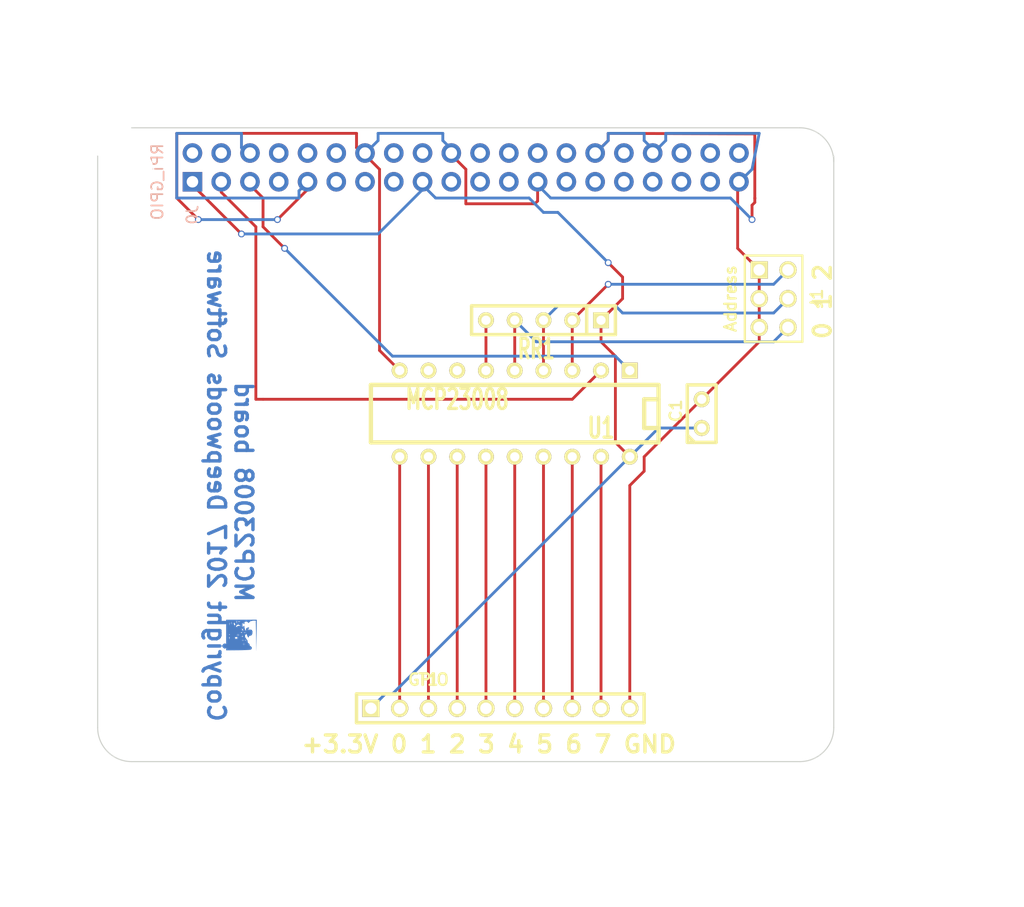
<source format=kicad_pcb>
(kicad_pcb (version 3) (host pcbnew "(2013-june-11)-stable")

  (general
    (links 30)
    (no_connects 5)
    (area 28.812572 20.694 130.847429 101.769)
    (thickness 1.6)
    (drawings 18)
    (tracks 144)
    (zones 0)
    (modules 11)
    (nets 17)
  )

  (page USLetter)
  (title_block 
    (company "Deepwoods Software")
  )

  (layers
    (15 F.Cu signal)
    (0 B.Cu signal)
    (16 B.Adhes user)
    (17 F.Adhes user)
    (18 B.Paste user)
    (19 F.Paste user)
    (20 B.SilkS user)
    (21 F.SilkS user)
    (22 B.Mask user)
    (23 F.Mask user)
    (24 Dwgs.User user)
    (25 Cmts.User user)
    (26 Eco1.User user)
    (27 Eco2.User user)
    (28 Edge.Cuts user)
  )

  (setup
    (last_trace_width 0.25)
    (user_trace_width 0.01)
    (user_trace_width 0.02)
    (user_trace_width 0.05)
    (user_trace_width 0.1)
    (user_trace_width 0.2)
    (trace_clearance 0.2)
    (zone_clearance 0.508)
    (zone_45_only no)
    (trace_min 0.01)
    (segment_width 0.2)
    (edge_width 0.1)
    (via_size 0.6)
    (via_drill 0.4)
    (via_min_size 0.4)
    (via_min_drill 0.3)
    (uvia_size 0.3)
    (uvia_drill 0.1)
    (uvias_allowed no)
    (uvia_min_size 0.2)
    (uvia_min_drill 0.1)
    (pcb_text_width 0.3)
    (pcb_text_size 1.5 1.5)
    (mod_edge_width 0.15)
    (mod_text_size 1 1)
    (mod_text_width 0.15)
    (pad_size 1.524 1.524)
    (pad_drill 1.016)
    (pad_to_mask_clearance 0)
    (aux_axis_origin 0 0)
    (visible_elements 7FFEFFFF)
    (pcbplotparams
      (layerselection 3178497)
      (usegerberextensions false)
      (excludeedgelayer true)
      (linewidth 0.100000)
      (plotframeref false)
      (viasonmask false)
      (mode 1)
      (useauxorigin false)
      (hpglpennumber 1)
      (hpglpenspeed 20)
      (hpglpendiameter 15)
      (hpglpenoverlay 2)
      (psnegative false)
      (psa4output false)
      (plotreference true)
      (plotvalue true)
      (plotothertext true)
      (plotinvisibletext false)
      (padsonsilk false)
      (subtractmaskfromsilk false)
      (outputformat 1)
      (mirror false)
      (drillshape 0)
      (scaleselection 1)
      (outputdirectory meta/))
  )

  (net 0 "")
  (net 1 +3.3V)
  (net 2 /SCL)
  (net 3 /SDA)
  (net 4 GND)
  (net 5 N-000001)
  (net 6 N-0000010)
  (net 7 N-0000011)
  (net 8 N-0000012)
  (net 9 N-0000013)
  (net 10 N-0000014)
  (net 11 N-0000015)
  (net 12 N-0000016)
  (net 13 N-0000017)
  (net 14 N-000003)
  (net 15 N-000004)
  (net 16 N-000006)

  (net_class Default "This is the default net class."
    (clearance 0.2)
    (trace_width 0.25)
    (via_dia 0.6)
    (via_drill 0.4)
    (uvia_dia 0.3)
    (uvia_drill 0.1)
    (add_net "")
    (add_net +3.3V)
    (add_net /SCL)
    (add_net /SDA)
    (add_net GND)
    (add_net N-000001)
    (add_net N-0000010)
    (add_net N-0000011)
    (add_net N-0000012)
    (add_net N-0000013)
    (add_net N-0000014)
    (add_net N-0000015)
    (add_net N-0000016)
    (add_net N-0000017)
    (add_net N-000003)
    (add_net N-000004)
    (add_net N-000006)
  )

  (module PIN_ARRAY_5x1 (layer F.Cu) (tedit 5934461D) (tstamp 581E4026)
    (at 67.31 83.185)
    (descr "Double rangee de contacts 2 x 5 pins")
    (tags CONN)
    (path /581E3F5A)
    (fp_text reference T1 (at 0 -2.54) (layer F.SilkS)
      (effects (font (size 1.016 1.016) (thickness 0.2032)))
    )
    (fp_text value GPIO (at 0 -2.54) (layer F.SilkS)
      (effects (font (size 1.016 1.016) (thickness 0.2032)))
    )
    (fp_line (start -6.35 -1.27) (end -6.35 1.27) (layer F.SilkS) (width 0.3048))
    (fp_line (start 19.05 1.27) (end 19.05 -1.27) (layer F.SilkS) (width 0.3048))
    (fp_line (start -6.35 -1.27) (end 19.05 -1.27) (layer F.SilkS) (width 0.3048))
    (fp_line (start 19.05 1.27) (end -6.35 1.27) (layer F.SilkS) (width 0.3048))
    (pad 1 thru_hole rect (at -5.08 0) (size 1.524 1.524) (drill 1.016)
      (layers *.Cu *.Mask F.SilkS)
      (net 1 +3.3V)
    )
    (pad 2 thru_hole circle (at -2.54 0) (size 1.524 1.524) (drill 1.016)
      (layers *.Cu *.Mask F.SilkS)
      (net 6 N-0000010)
    )
    (pad 3 thru_hole circle (at 0 0) (size 1.524 1.524) (drill 1.016)
      (layers *.Cu *.Mask F.SilkS)
      (net 7 N-0000011)
    )
    (pad 4 thru_hole circle (at 2.54 0) (size 1.524 1.524) (drill 1.016)
      (layers *.Cu *.Mask F.SilkS)
      (net 8 N-0000012)
    )
    (pad 5 thru_hole circle (at 5.08 0) (size 1.524 1.524) (drill 1.016)
      (layers *.Cu *.Mask F.SilkS)
      (net 9 N-0000013)
    )
    (pad 6 thru_hole circle (at 7.62 0) (size 1.524 1.524) (drill 1.016)
      (layers *.Cu *.Mask F.SilkS)
    )
    (pad 7 thru_hole circle (at 10.16 0) (size 1.524 1.524) (drill 1.016)
      (layers *.Cu *.Mask F.SilkS)
    )
    (pad 8 thru_hole circle (at 12.7 0) (size 1.524 1.524) (drill 1.016)
      (layers *.Cu *.Mask F.SilkS)
    )
    (pad 9 thru_hole circle (at 15.24 0) (size 1.524 1.524) (drill 1.016)
      (layers *.Cu *.Mask F.SilkS)
    )
    (pad 10 thru_hole circle (at 17.78 0) (size 1.524 1.524) (drill 1.016)
      (layers *.Cu *.Mask F.SilkS)
    )
    (model walter/conn_screw/mors_10p.wrl
      (at (xyz 0.25 0 0))
      (scale (xyz 0.5 0.5 0.5))
      (rotate (xyz 0 0 180))
    )
  )

  (module RPi_Hat:Pin_Header_Straight_2x20   locked (layer B.Cu) (tedit 580FA54B) (tstamp 5516AEA0)
    (at 70.601 35.394 90)
    (descr "Through hole pin header")
    (tags "pin header")
    (path /5516AE26)
    (fp_text reference J0 (at -4.191 -24.13 90) (layer B.SilkS)
      (effects (font (size 1 1) (thickness 0.15)) (justify mirror))
    )
    (fp_text value RPi_GPIO (at -1.27 -27.23 90) (layer B.SilkS)
      (effects (font (size 1 1) (thickness 0.15)) (justify mirror))
    )
    (fp_line (start -3.02 -25.88) (end -3.02 25.92) (layer Cmts.User) (width 0.05))
    (fp_line (start 3.03 -25.88) (end 3.03 25.92) (layer Cmts.User) (width 0.05))
    (fp_line (start -3.02 -25.88) (end 3.03 -25.88) (layer Cmts.User) (width 0.05))
    (fp_line (start -3.02 25.92) (end 3.03 25.92) (layer Cmts.User) (width 0.05))
    (fp_line (start 2.54 25.4) (end 2.54 -25.4) (layer Cmts.User) (width 0.15))
    (fp_line (start -2.54 -22.86) (end -2.54 25.4) (layer Cmts.User) (width 0.15))
    (fp_line (start 2.54 25.4) (end -2.54 25.4) (layer Cmts.User) (width 0.15))
    (fp_line (start 2.54 -25.4) (end 0 -25.4) (layer Cmts.User) (width 0.15))
    (fp_line (start -1.27 -25.68) (end -2.82 -25.68) (layer Cmts.User) (width 0.15))
    (fp_line (start 0 -25.4) (end 0 -22.86) (layer Cmts.User) (width 0.15))
    (fp_line (start 0 -22.86) (end -2.54 -22.86) (layer Cmts.User) (width 0.15))
    (fp_line (start -2.82 -25.68) (end -2.82 -24.13) (layer Cmts.User) (width 0.15))
    (pad 1 thru_hole rect (at -1.27 -24.13 90) (size 1.7272 1.7272) (drill 1.016)
      (layers *.Cu *.Mask)
      (net 1 +3.3V)
    )
    (pad 2 thru_hole oval (at 1.27 -24.13 90) (size 1.7272 1.7272) (drill 1.016)
      (layers *.Cu *.Mask)
    )
    (pad 3 thru_hole oval (at -1.27 -21.59 90) (size 1.7272 1.7272) (drill 1.016)
      (layers *.Cu *.Mask)
      (net 3 /SDA)
    )
    (pad 4 thru_hole oval (at 1.27 -21.59 90) (size 1.7272 1.7272) (drill 1.016)
      (layers *.Cu *.Mask)
    )
    (pad 5 thru_hole oval (at -1.27 -19.05 90) (size 1.7272 1.7272) (drill 1.016)
      (layers *.Cu *.Mask)
      (net 2 /SCL)
    )
    (pad 6 thru_hole oval (at 1.27 -19.05 90) (size 1.7272 1.7272) (drill 1.016)
      (layers *.Cu *.Mask)
      (net 4 GND)
    )
    (pad 7 thru_hole oval (at -1.27 -16.51 90) (size 1.7272 1.7272) (drill 1.016)
      (layers *.Cu *.Mask)
    )
    (pad 8 thru_hole oval (at 1.27 -16.51 90) (size 1.7272 1.7272) (drill 1.016)
      (layers *.Cu *.Mask)
    )
    (pad 9 thru_hole oval (at -1.27 -13.97 90) (size 1.7272 1.7272) (drill 1.016)
      (layers *.Cu *.Mask)
      (net 4 GND)
    )
    (pad 10 thru_hole oval (at 1.27 -13.97 90) (size 1.7272 1.7272) (drill 1.016)
      (layers *.Cu *.Mask)
    )
    (pad 11 thru_hole oval (at -1.27 -11.43 90) (size 1.7272 1.7272) (drill 1.016)
      (layers *.Cu *.Mask)
    )
    (pad 12 thru_hole oval (at 1.27 -11.43 90) (size 1.7272 1.7272) (drill 1.016)
      (layers *.Cu *.Mask)
    )
    (pad 13 thru_hole oval (at -1.27 -8.89 90) (size 1.7272 1.7272) (drill 1.016)
      (layers *.Cu *.Mask)
    )
    (pad 14 thru_hole oval (at 1.27 -8.89 90) (size 1.7272 1.7272) (drill 1.016)
      (layers *.Cu *.Mask)
      (net 4 GND)
    )
    (pad 15 thru_hole oval (at -1.27 -6.35 90) (size 1.7272 1.7272) (drill 1.016)
      (layers *.Cu *.Mask)
    )
    (pad 16 thru_hole oval (at 1.27 -6.35 90) (size 1.7272 1.7272) (drill 1.016)
      (layers *.Cu *.Mask)
    )
    (pad 17 thru_hole oval (at -1.27 -3.81 90) (size 1.7272 1.7272) (drill 1.016)
      (layers *.Cu *.Mask)
      (net 1 +3.3V)
    )
    (pad 18 thru_hole oval (at 1.27 -3.81 90) (size 1.7272 1.7272) (drill 1.016)
      (layers *.Cu *.Mask)
    )
    (pad 19 thru_hole oval (at -1.27 -1.27 90) (size 1.7272 1.7272) (drill 1.016)
      (layers *.Cu *.Mask)
    )
    (pad 20 thru_hole oval (at 1.27 -1.27 90) (size 1.7272 1.7272) (drill 1.016)
      (layers *.Cu *.Mask)
      (net 4 GND)
    )
    (pad 21 thru_hole oval (at -1.27 1.27 90) (size 1.7272 1.7272) (drill 1.016)
      (layers *.Cu *.Mask)
    )
    (pad 22 thru_hole oval (at 1.27 1.27 90) (size 1.7272 1.7272) (drill 1.016)
      (layers *.Cu *.Mask)
    )
    (pad 23 thru_hole oval (at -1.27 3.81 90) (size 1.7272 1.7272) (drill 1.016)
      (layers *.Cu *.Mask)
    )
    (pad 24 thru_hole oval (at 1.27 3.81 90) (size 1.7272 1.7272) (drill 1.016)
      (layers *.Cu *.Mask)
    )
    (pad 25 thru_hole oval (at -1.27 6.35 90) (size 1.7272 1.7272) (drill 1.016)
      (layers *.Cu *.Mask)
      (net 4 GND)
    )
    (pad 26 thru_hole oval (at 1.27 6.35 90) (size 1.7272 1.7272) (drill 1.016)
      (layers *.Cu *.Mask)
    )
    (pad 27 thru_hole oval (at -1.27 8.89 90) (size 1.7272 1.7272) (drill 1.016)
      (layers *.Cu *.Mask)
    )
    (pad 28 thru_hole oval (at 1.27 8.89 90) (size 1.7272 1.7272) (drill 1.016)
      (layers *.Cu *.Mask)
    )
    (pad 29 thru_hole oval (at -1.27 11.43 90) (size 1.7272 1.7272) (drill 1.016)
      (layers *.Cu *.Mask)
    )
    (pad 30 thru_hole oval (at 1.27 11.43 90) (size 1.7272 1.7272) (drill 1.016)
      (layers *.Cu *.Mask)
      (net 4 GND)
    )
    (pad 31 thru_hole oval (at -1.27 13.97 90) (size 1.7272 1.7272) (drill 1.016)
      (layers *.Cu *.Mask)
    )
    (pad 32 thru_hole oval (at 1.27 13.97 90) (size 1.7272 1.7272) (drill 1.016)
      (layers *.Cu *.Mask)
    )
    (pad 33 thru_hole oval (at -1.27 16.51 90) (size 1.7272 1.7272) (drill 1.016)
      (layers *.Cu *.Mask)
    )
    (pad 34 thru_hole oval (at 1.27 16.51 90) (size 1.7272 1.7272) (drill 1.016)
      (layers *.Cu *.Mask)
      (net 4 GND)
    )
    (pad 35 thru_hole oval (at -1.27 19.05 90) (size 1.7272 1.7272) (drill 1.016)
      (layers *.Cu *.Mask)
    )
    (pad 36 thru_hole oval (at 1.27 19.05 90) (size 1.7272 1.7272) (drill 1.016)
      (layers *.Cu *.Mask)
    )
    (pad 37 thru_hole oval (at -1.27 21.59 90) (size 1.7272 1.7272) (drill 1.016)
      (layers *.Cu *.Mask)
    )
    (pad 38 thru_hole oval (at 1.27 21.59 90) (size 1.7272 1.7272) (drill 1.016)
      (layers *.Cu *.Mask)
    )
    (pad 39 thru_hole oval (at -1.27 24.13 90) (size 1.7272 1.7272) (drill 1.016)
      (layers *.Cu *.Mask)
      (net 4 GND)
    )
    (pad 40 thru_hole oval (at 1.27 24.13 90) (size 1.7272 1.7272) (drill 1.016)
      (layers *.Cu *.Mask)
    )
    (model walter/pin_strip/pin_socket_20x2.wrl
      (at (xyz 0 0 0))
      (scale (xyz 1 1 1))
      (rotate (xyz 0 0 90))
    )
    (model walter/pin_strip/pin_strip_20x2.wrl
      (at (xyz 0 0 0.03125))
      (scale (xyz 1 1 1))
      (rotate (xyz 180 0 90))
    )
  )

  (module RPi_Hat:RPi_Hat_Mounting_Hole   locked (layer B.Cu) (tedit 580FABD5) (tstamp 5515DEA9)
    (at 99.601 35.394)
    (descr "Mounting hole, Befestigungsbohrung, 2,7mm, No Annular, Kein Restring,")
    (tags "Mounting hole, Befestigungsbohrung, 2,7mm, No Annular, Kein Restring,")
    (fp_text reference H2 (at 0 -4.0005) (layer B.SilkS) hide
      (effects (font (size 1 1) (thickness 0.15)) (justify mirror))
    )
    (fp_text value "" (at 0.09906 3.59918) (layer B.SilkS) hide
      (effects (font (size 1 1) (thickness 0.15)) (justify mirror))
    )
    (fp_circle (center 0 0) (end 1.375 0) (layer Cmts.User) (width 0.15))
    (fp_circle (center 0 0) (end 3.1 0) (layer Cmts.User) (width 0.15))
    (fp_circle (center 0 0) (end 3.1 0) (layer Cmts.User) (width 0.15))
    (fp_circle (center 0 0) (end 1.375 0) (layer Cmts.User) (width 0.15))
    (fp_circle (center 0 0) (end 3.1 0) (layer Cmts.User) (width 0.15))
    (fp_circle (center 0 0) (end 3.1 0) (layer Cmts.User) (width 0.15))
    (pad "" np_thru_hole circle (at 0 0) (size 2.75 2.75) (drill 2.75)
      (layers *.Cu *.Mask)
      (solder_mask_margin 1.725)
      (clearance 1.725)
    )
  )

  (module RPi_Hat:RPi_Hat_Mounting_Hole   locked (layer B.Cu) (tedit 580FABF4) (tstamp 55169DC9)
    (at 99.601 84.394)
    (descr "Mounting hole, Befestigungsbohrung, 2,7mm, No Annular, Kein Restring,")
    (tags "Mounting hole, Befestigungsbohrung, 2,7mm, No Annular, Kein Restring,")
    (fp_text reference H4 (at 0 -4.0005) (layer B.SilkS) hide
      (effects (font (size 1 1) (thickness 0.15)) (justify mirror))
    )
    (fp_text value "" (at 0.09906 3.59918) (layer B.SilkS) hide
      (effects (font (size 1 1) (thickness 0.15)) (justify mirror))
    )
    (fp_circle (center 0 0) (end 1.375 0) (layer Cmts.User) (width 0.15))
    (fp_circle (center 0 0) (end 3.1 0) (layer Cmts.User) (width 0.15))
    (fp_circle (center 0 0) (end 3.1 0) (layer Cmts.User) (width 0.15))
    (fp_circle (center 0 0) (end 1.375 0) (layer Cmts.User) (width 0.15))
    (fp_circle (center 0 0) (end 3.1 0) (layer Cmts.User) (width 0.15))
    (fp_circle (center 0 0) (end 3.1 0) (layer Cmts.User) (width 0.15))
    (pad "" np_thru_hole circle (at 0 0) (size 2.75 2.75) (drill 2.75)
      (layers *.Cu *.Mask)
      (solder_mask_margin 1.725)
      (clearance 1.725)
    )
  )

  (module RPi_Hat:RPi_Hat_Mounting_Hole   locked (layer B.Cu) (tedit 580FABE5) (tstamp 5515DECC)
    (at 41.601 84.394)
    (descr "Mounting hole, Befestigungsbohrung, 2,7mm, No Annular, Kein Restring,")
    (tags "Mounting hole, Befestigungsbohrung, 2,7mm, No Annular, Kein Restring,")
    (fp_text reference H3 (at 0 -4.0005) (layer B.SilkS) hide
      (effects (font (size 1 1) (thickness 0.15)) (justify mirror))
    )
    (fp_text value "" (at 0.09906 3.59918) (layer B.SilkS) hide
      (effects (font (size 1 1) (thickness 0.15)) (justify mirror))
    )
    (fp_circle (center 0 0) (end 1.375 0) (layer Cmts.User) (width 0.15))
    (fp_circle (center 0 0) (end 3.1 0) (layer Cmts.User) (width 0.15))
    (fp_circle (center 0 0) (end 3.1 0) (layer Cmts.User) (width 0.15))
    (fp_circle (center 0 0) (end 1.375 0) (layer Cmts.User) (width 0.15))
    (fp_circle (center 0 0) (end 3.1 0) (layer Cmts.User) (width 0.15))
    (fp_circle (center 0 0) (end 3.1 0) (layer Cmts.User) (width 0.15))
    (pad "" np_thru_hole circle (at 0 0) (size 2.75 2.75) (drill 2.75)
      (layers *.Cu *.Mask)
      (solder_mask_margin 1.725)
      (clearance 1.725)
    )
  )

  (module RPi_Hat:RPi_Hat_Mounting_Hole   locked (layer B.Cu) (tedit 580FABC5) (tstamp 5515DEBF)
    (at 41.601 35.394)
    (descr "Mounting hole, Befestigungsbohrung, 2,7mm, No Annular, Kein Restring,")
    (tags "Mounting hole, Befestigungsbohrung, 2,7mm, No Annular, Kein Restring,")
    (fp_text reference H1 (at 0 -4.0005) (layer B.SilkS) hide
      (effects (font (size 1 1) (thickness 0.15)) (justify mirror))
    )
    (fp_text value "" (at 0.09906 3.59918) (layer B.SilkS) hide
      (effects (font (size 1 1) (thickness 0.15)) (justify mirror))
    )
    (fp_circle (center 0 0) (end 1.375 0) (layer Cmts.User) (width 0.15))
    (fp_circle (center 0 0) (end 3.1 0) (layer Cmts.User) (width 0.15))
    (fp_circle (center 0 0) (end 3.1 0) (layer Cmts.User) (width 0.15))
    (fp_circle (center 0 0) (end 1.375 0) (layer Cmts.User) (width 0.15))
    (fp_circle (center 0 0) (end 3.1 0) (layer Cmts.User) (width 0.15))
    (fp_circle (center 0 0) (end 3.1 0) (layer Cmts.User) (width 0.15))
    (pad "" np_thru_hole circle (at 0 0) (size 2.75 2.75) (drill 2.75)
      (layers *.Cu *.Mask)
      (solder_mask_margin 1.725)
      (clearance 1.725)
    )
  )

  (module DIP-18__300   placed (layer F.Cu) (tedit 200000) (tstamp 581E26C4)
    (at 74.93 57.15 180)
    (descr "8 pins DIL package, round pads")
    (path /581E42BF)
    (fp_text reference U1 (at -7.62 -1.27 180) (layer F.SilkS)
      (effects (font (size 1.778 1.143) (thickness 0.3048)))
    )
    (fp_text value MCP23008 (at 5.08 1.27 180) (layer F.SilkS)
      (effects (font (size 1.778 1.143) (thickness 0.3048)))
    )
    (fp_line (start -12.7 -1.27) (end -11.43 -1.27) (layer F.SilkS) (width 0.381))
    (fp_line (start -11.43 -1.27) (end -11.43 1.27) (layer F.SilkS) (width 0.381))
    (fp_line (start -11.43 1.27) (end -12.7 1.27) (layer F.SilkS) (width 0.381))
    (fp_line (start -12.7 -2.54) (end 12.7 -2.54) (layer F.SilkS) (width 0.381))
    (fp_line (start 12.7 -2.54) (end 12.7 2.54) (layer F.SilkS) (width 0.381))
    (fp_line (start 12.7 2.54) (end -12.7 2.54) (layer F.SilkS) (width 0.381))
    (fp_line (start -12.7 2.54) (end -12.7 -2.54) (layer F.SilkS) (width 0.381))
    (pad 1 thru_hole rect (at -10.16 3.81 180) (size 1.397 1.397) (drill 0.8128)
      (layers *.Cu *.Mask F.SilkS)
      (net 2 /SCL)
    )
    (pad 2 thru_hole circle (at -7.62 3.81 180) (size 1.397 1.397) (drill 0.8128)
      (layers *.Cu *.Mask F.SilkS)
      (net 3 /SDA)
    )
    (pad 3 thru_hole circle (at -5.08 3.81 180) (size 1.397 1.397) (drill 0.8128)
      (layers *.Cu *.Mask F.SilkS)
      (net 14 N-000003)
    )
    (pad 4 thru_hole circle (at -2.54 3.81 180) (size 1.397 1.397) (drill 0.8128)
      (layers *.Cu *.Mask F.SilkS)
      (net 15 N-000004)
    )
    (pad 5 thru_hole circle (at 0 3.81 180) (size 1.397 1.397) (drill 0.8128)
      (layers *.Cu *.Mask F.SilkS)
      (net 16 N-000006)
    )
    (pad 6 thru_hole circle (at 2.54 3.81 180) (size 1.397 1.397) (drill 0.8128)
      (layers *.Cu *.Mask F.SilkS)
      (net 5 N-000001)
    )
    (pad 7 thru_hole circle (at 5.08 3.81 180) (size 1.397 1.397) (drill 0.8128)
      (layers *.Cu *.Mask F.SilkS)
    )
    (pad 8 thru_hole circle (at 7.62 3.81 180) (size 1.397 1.397) (drill 0.8128)
      (layers *.Cu *.Mask F.SilkS)
    )
    (pad 9 thru_hole circle (at 10.16 3.81 180) (size 1.397 1.397) (drill 0.8128)
      (layers *.Cu *.Mask F.SilkS)
      (net 4 GND)
    )
    (pad 10 thru_hole circle (at 10.16 -3.81 180) (size 1.397 1.397) (drill 0.8128)
      (layers *.Cu *.Mask F.SilkS)
      (net 6 N-0000010)
    )
    (pad 11 thru_hole circle (at 7.62 -3.81 180) (size 1.397 1.397) (drill 0.8128)
      (layers *.Cu *.Mask F.SilkS)
      (net 7 N-0000011)
    )
    (pad 12 thru_hole circle (at 5.08 -3.81 180) (size 1.397 1.397) (drill 0.8128)
      (layers *.Cu *.Mask F.SilkS)
      (net 8 N-0000012)
    )
    (pad 13 thru_hole circle (at 2.54 -3.81 180) (size 1.397 1.397) (drill 0.8128)
      (layers *.Cu *.Mask F.SilkS)
      (net 9 N-0000013)
    )
    (pad 14 thru_hole circle (at 0 -3.81 180) (size 1.397 1.397) (drill 0.8128)
      (layers *.Cu *.Mask F.SilkS)
      (net 10 N-0000014)
    )
    (pad 15 thru_hole circle (at -2.54 -3.81 180) (size 1.397 1.397) (drill 0.8128)
      (layers *.Cu *.Mask F.SilkS)
      (net 11 N-0000015)
    )
    (pad 16 thru_hole circle (at -5.08 -3.81 180) (size 1.397 1.397) (drill 0.8128)
      (layers *.Cu *.Mask F.SilkS)
      (net 12 N-0000016)
    )
    (pad 17 thru_hole circle (at -7.62 -3.81 180) (size 1.397 1.397) (drill 0.8128)
      (layers *.Cu *.Mask F.SilkS)
      (net 13 N-0000017)
    )
    (pad 18 thru_hole circle (at -10.16 -3.81 180) (size 1.397 1.397) (drill 0.8128)
      (layers *.Cu *.Mask F.SilkS)
      (net 1 +3.3V)
    )
    (model dil/dil_18.wrl
      (at (xyz 0 0 0))
      (scale (xyz 1 1 1))
      (rotate (xyz 0 0 0))
    )
  )

  (module SIL-5   placed (layer F.Cu) (tedit 200000) (tstamp 581E3EA1)
    (at 76.2 48.895 180)
    (descr "Connecteur 5 pins")
    (tags "CONN DEV")
    (path /581E3D0F)
    (fp_text reference RR1 (at -0.635 -2.54 180) (layer F.SilkS)
      (effects (font (size 1.72974 1.08712) (thickness 0.3048)))
    )
    (fp_text value "10K Ohms" (at 0 -2.54 180) (layer F.SilkS) hide
      (effects (font (size 1.524 1.016) (thickness 0.3048)))
    )
    (fp_line (start -7.62 1.27) (end -7.62 -1.27) (layer F.SilkS) (width 0.3048))
    (fp_line (start -7.62 -1.27) (end 5.08 -1.27) (layer F.SilkS) (width 0.3048))
    (fp_line (start 5.08 -1.27) (end 5.08 1.27) (layer F.SilkS) (width 0.3048))
    (fp_line (start 5.08 1.27) (end -7.62 1.27) (layer F.SilkS) (width 0.3048))
    (fp_line (start -5.08 1.27) (end -5.08 -1.27) (layer F.SilkS) (width 0.3048))
    (pad 1 thru_hole rect (at -6.35 0 180) (size 1.397 1.397) (drill 0.8128)
      (layers *.Cu *.Mask F.SilkS)
      (net 1 +3.3V)
    )
    (pad 2 thru_hole circle (at -3.81 0 180) (size 1.397 1.397) (drill 0.8128)
      (layers *.Cu *.Mask F.SilkS)
      (net 14 N-000003)
    )
    (pad 3 thru_hole circle (at -1.27 0 180) (size 1.397 1.397) (drill 0.8128)
      (layers *.Cu *.Mask F.SilkS)
      (net 15 N-000004)
    )
    (pad 4 thru_hole circle (at 1.27 0 180) (size 1.397 1.397) (drill 0.8128)
      (layers *.Cu *.Mask F.SilkS)
      (net 16 N-000006)
    )
    (pad 5 thru_hole circle (at 3.81 0 180) (size 1.397 1.397) (drill 0.8128)
      (layers *.Cu *.Mask F.SilkS)
      (net 5 N-000001)
    )
    (model walter/pth_resistors/r-sil_5.wrl
      (at (xyz -0.05 0 0))
      (scale (xyz 1 1 1))
      (rotate (xyz 0 0 0))
    )
  )

  (module pin_array_3x2   placed (layer F.Cu) (tedit 59136A73) (tstamp 581E3EAF)
    (at 97.79 46.99 270)
    (descr "Double rangee de contacts 2 x 4 pins")
    (tags CONN)
    (path /581E274B)
    (fp_text reference J1 (at 0 -3.81 270) (layer F.SilkS)
      (effects (font (size 1.016 1.016) (thickness 0.2032)))
    )
    (fp_text value Address (at 0 3.81 270) (layer F.SilkS)
      (effects (font (size 1.016 1.016) (thickness 0.2032)))
    )
    (fp_line (start 3.81 2.54) (end -3.81 2.54) (layer F.SilkS) (width 0.2032))
    (fp_line (start -3.81 -2.54) (end 3.81 -2.54) (layer F.SilkS) (width 0.2032))
    (fp_line (start 3.81 -2.54) (end 3.81 2.54) (layer F.SilkS) (width 0.2032))
    (fp_line (start -3.81 2.54) (end -3.81 -2.54) (layer F.SilkS) (width 0.2032))
    (pad 1 thru_hole rect (at -2.54 1.27 270) (size 1.524 1.524) (drill 1.016)
      (layers *.Cu *.Mask F.SilkS)
      (net 4 GND)
    )
    (pad 2 thru_hole circle (at -2.54 -1.27 270) (size 1.524 1.524) (drill 1.016)
      (layers *.Cu *.Mask F.SilkS)
      (net 14 N-000003)
    )
    (pad 3 thru_hole circle (at 0 1.27 270) (size 1.524 1.524) (drill 1.016)
      (layers *.Cu *.Mask F.SilkS)
      (net 4 GND)
    )
    (pad 4 thru_hole circle (at 0 -1.27 270) (size 1.524 1.524) (drill 1.016)
      (layers *.Cu *.Mask F.SilkS)
      (net 15 N-000004)
    )
    (pad 5 thru_hole circle (at 2.54 1.27 270) (size 1.524 1.524) (drill 1.016)
      (layers *.Cu *.Mask F.SilkS)
      (net 4 GND)
    )
    (pad 6 thru_hole circle (at 2.54 -1.27 270) (size 1.524 1.524) (drill 1.016)
      (layers *.Cu *.Mask F.SilkS)
      (net 16 N-000006)
    )
    (model pin_array/pins_array_3x2.wrl
      (at (xyz 0 0 0))
      (scale (xyz 1 1 1))
      (rotate (xyz 0 0 0))
    )
  )

  (module C1   placed (layer F.Cu) (tedit 3F92C496) (tstamp 581E3EBA)
    (at 91.44 57.15 90)
    (descr "Condensateur e = 1 pas")
    (tags C)
    (path /581E3E20)
    (fp_text reference C1 (at 0.254 -2.286 90) (layer F.SilkS)
      (effects (font (size 1.016 1.016) (thickness 0.2032)))
    )
    (fp_text value ".1 uf" (at 0 -2.286 90) (layer F.SilkS) hide
      (effects (font (size 1.016 1.016) (thickness 0.2032)))
    )
    (fp_line (start -2.4892 -1.27) (end 2.54 -1.27) (layer F.SilkS) (width 0.3048))
    (fp_line (start 2.54 -1.27) (end 2.54 1.27) (layer F.SilkS) (width 0.3048))
    (fp_line (start 2.54 1.27) (end -2.54 1.27) (layer F.SilkS) (width 0.3048))
    (fp_line (start -2.54 1.27) (end -2.54 -1.27) (layer F.SilkS) (width 0.3048))
    (fp_line (start -2.54 -0.635) (end -1.905 -1.27) (layer F.SilkS) (width 0.3048))
    (pad 1 thru_hole circle (at -1.27 0 90) (size 1.397 1.397) (drill 0.8128)
      (layers *.Cu *.Mask F.SilkS)
      (net 1 +3.3V)
    )
    (pad 2 thru_hole circle (at 1.27 0 90) (size 1.397 1.397) (drill 0.8128)
      (layers *.Cu *.Mask F.SilkS)
      (net 4 GND)
    )
    (model discret/capa_1_pas.wrl
      (at (xyz 0 0 0))
      (scale (xyz 1 1 1))
      (rotate (xyz 0 0 0))
    )
  )

  (module DWSLogoBCU (layer F.Cu) (tedit 0) (tstamp 59137C73)
    (at 50.8 76.708 270)
    (fp_text reference "" (at 0 0 270) (layer F.SilkS)
      (effects (font (size 1.524 1.524) (thickness 0.15)))
    )
    (fp_text value "" (at 0 0 270) (layer F.SilkS)
      (effects (font (size 1.524 1.524) (thickness 0.15)))
    )
    (fp_poly (pts (xy 1.397 -1.31826) (xy 0.0635 -1.29286) (xy -1.27 -1.26492) (xy -1.27 -1.01854)
      (xy -1.2192 -0.79502) (xy -1.12268 -0.6858) (xy -1.04648 -0.61722) (xy -1.0795 -0.5969)
      (xy -1.16586 -0.52324) (xy -1.18618 -0.42418) (xy -1.15824 -0.28956) (xy -1.12268 -0.26416)
      (xy -0.9779 -0.26416) (xy -0.97028 -0.20828) (xy -1.016 -0.17018) (xy -1.06934 -0.11176)
      (xy -0.9779 -0.0889) (xy -0.889 -0.0889) (xy -0.72898 -0.09906) (xy -0.7239 -0.1397)
      (xy -0.762 -0.17018) (xy -0.83312 -0.23368) (xy -0.75184 -0.254) (xy -0.71882 -0.254)
      (xy -0.51054 -0.30226) (xy -0.42418 -0.34798) (xy -0.34544 -0.41402) (xy -0.41148 -0.40386)
      (xy -0.43688 -0.3937) (xy -0.58166 -0.41656) (xy -0.62738 -0.47752) (xy -0.6731 -0.62738)
      (xy -0.635 -0.67564) (xy -0.58928 -0.67818) (xy -0.54102 -0.62484) (xy -0.5588 -0.57912)
      (xy -0.56896 -0.5207) (xy -0.52832 -0.53848) (xy -0.47244 -0.65532) (xy -0.48006 -0.75184)
      (xy -0.4572 -0.90424) (xy -0.30988 -0.9779) (xy -0.09144 -0.95758) (xy 0.04572 -0.86614)
      (xy 0.0635 -0.77216) (xy 0.09652 -0.66802) (xy 0.15494 -0.65786) (xy 0.22352 -0.63246)
      (xy 0.21336 -0.59436) (xy 0.0889 -0.51562) (xy 0.0381 -0.508) (xy -0.07366 -0.46482)
      (xy -0.05588 -0.37338) (xy 0.04318 -0.30734) (xy 0.19304 -0.32512) (xy 0.3429 -0.42926)
      (xy 0.49276 -0.53594) (xy 0.5969 -0.54864) (xy 0.69088 -0.56896) (xy 0.72898 -0.62992)
      (xy 0.80772 -0.71882) (xy 0.85598 -0.71374) (xy 0.94488 -0.7366) (xy 0.98298 -0.8001)
      (xy 1.08966 -0.91694) (xy 1.22428 -0.90678) (xy 1.2954 -0.81788) (xy 1.31318 -0.69088)
      (xy 1.32842 -0.43434) (xy 1.34112 -0.08382) (xy 1.34874 0.32512) (xy 1.35636 1.35382)
      (xy 0.84582 1.35382) (xy 0.84582 -0.21082) (xy 0.80518 -0.254) (xy 0.762 -0.21082)
      (xy 0.80518 -0.17018) (xy 0.84582 -0.21082) (xy 0.84582 1.35382) (xy 0.508 1.35382)
      (xy 0.508 -0.127) (xy 0.508 -0.381) (xy 0.46482 -0.42418) (xy 0.42418 -0.381)
      (xy 0.46482 -0.33782) (xy 0.508 -0.381) (xy 0.508 -0.127) (xy 0.46482 -0.17018)
      (xy 0.42418 -0.127) (xy 0.46482 -0.08382) (xy 0.508 -0.127) (xy 0.508 1.35382)
      (xy 0.33782 1.35382) (xy 0.33782 0.46482) (xy 0.2921 0.35306) (xy 0.254 0.33782)
      (xy 0.1778 0.4064) (xy 0.17018 0.46482) (xy 0.21336 0.57912) (xy 0.254 0.59182)
      (xy 0.32766 0.52324) (xy 0.33782 0.46482) (xy 0.33782 1.35382) (xy 0.32258 1.35382)
      (xy 0.32258 1.06934) (xy 0.30988 1.04394) (xy 0.20828 1.03378) (xy 0.19812 1.04394)
      (xy 0.20828 1.09474) (xy 0.254 1.09982) (xy 0.32258 1.06934) (xy 0.32258 1.35382)
      (xy 0.14986 1.35382) (xy 0.14986 -0.12954) (xy 0.1397 -0.14224) (xy 0.09144 -0.12954)
      (xy 0.08382 -0.08382) (xy 0.1143 -0.01524) (xy 0.1397 -0.02794) (xy 0.14986 -0.12954)
      (xy 0.14986 1.35382) (xy 0.06858 1.35382) (xy 0.06858 0.30734) (xy 0.05588 0.28194)
      (xy -0.04572 0.27178) (xy -0.05588 0.28194) (xy -0.04572 0.33274) (xy 0 0.33782)
      (xy 0.06858 0.30734) (xy 0.06858 1.35382) (xy 0 1.35382) (xy 0 1.05918)
      (xy -0.04318 1.016) (xy -0.08382 1.05918) (xy -0.04318 1.09982) (xy 0 1.05918)
      (xy 0 1.35382) (xy -0.17018 1.35382) (xy -0.17018 -0.29718) (xy -0.21082 -0.33782)
      (xy -0.254 -0.29718) (xy -0.21082 -0.254) (xy -0.17018 -0.29718) (xy -0.17018 1.35382)
      (xy -0.18796 1.35382) (xy -0.18796 -0.04572) (xy -0.19812 -0.05588) (xy -0.24892 -0.04572)
      (xy -0.254 0) (xy -0.22352 0.06858) (xy -0.19812 0.05588) (xy -0.18796 -0.04572)
      (xy -0.18796 1.35382) (xy -0.37846 1.35382) (xy -0.37846 -0.1524) (xy -0.4699 -0.14478)
      (xy -0.53086 -0.09652) (xy -0.5842 -0.0254) (xy -0.50038 -0.04318) (xy -0.4826 -0.04826)
      (xy -0.381 -0.1143) (xy -0.37846 -0.1524) (xy -0.37846 1.35382) (xy -0.6985 1.35382)
      (xy -0.6985 0.4953) (xy -0.70612 0.44958) (xy -0.75946 0.38354) (xy -0.81534 0.23368)
      (xy -0.8001 0.16002) (xy -0.78486 0.09652) (xy -0.83312 0.11938) (xy -0.92456 0.24638)
      (xy -0.89916 0.39116) (xy -0.8255 0.45212) (xy -0.6985 0.4953) (xy -0.6985 1.35382)
      (xy -0.84582 1.35382) (xy -0.84582 0.59436) (xy -0.90932 0.54864) (xy -0.97282 0.56134)
      (xy -1.08458 0.6223) (xy -1.09982 0.64262) (xy -1.03124 0.6731) (xy -0.97282 0.67818)
      (xy -0.86106 0.63246) (xy -0.84582 0.59436) (xy -0.84582 1.35382) (xy -0.93218 1.35382)
      (xy -0.93218 1.05918) (xy -0.97282 1.016) (xy -1.016 1.05918) (xy -1.016 0.889)
      (xy -1.05918 0.84582) (xy -1.09982 0.889) (xy -1.05918 0.93218) (xy -1.016 0.889)
      (xy -1.016 1.05918) (xy -0.97282 1.09982) (xy -0.93218 1.05918) (xy -0.93218 1.35382)
      (xy -1.11506 1.35382) (xy -1.11506 0.22352) (xy -1.1303 0.19812) (xy -1.22936 0.18796)
      (xy -1.24206 0.19812) (xy -1.22936 0.24638) (xy -1.18618 0.254) (xy -1.11506 0.22352)
      (xy -1.11506 1.35382) (xy -1.12014 1.35382) (xy -1.12014 0.37846) (xy -1.1303 0.36576)
      (xy -1.17856 0.37846) (xy -1.18618 0.42418) (xy -1.1557 0.49276) (xy -1.1303 0.48006)
      (xy -1.12014 0.37846) (xy -1.12014 1.35382) (xy -1.35382 1.35382) (xy -1.35382 0)
      (xy -1.35382 -1.35382) (xy 0.02032 -1.33604) (xy 1.397 -1.31826) (xy 1.397 -1.31826)) (layer B.Cu) (width 0.00254))
  )

  (gr_text "0 1 2" (at 102.108 47.244 90) (layer F.SilkS)
    (effects (font (size 1.5 1.5) (thickness 0.3)))
  )
  (gr_text "+3.3V 0 1 2 3 4 5 6 7 GND" (at 72.644 86.36) (layer F.SilkS)
    (effects (font (size 1.5 1.5) (thickness 0.3)))
  )
  (gr_text "MCP23008 board \nCopyright 2017 Deepwoods Software" (at 49.784 63.5 270) (layer B.Cu)
    (effects (font (size 1.5 1.5) (thickness 0.3)) (justify mirror))
  )
  (gr_text "Dimensions taken from\nhttps://github.com/raspberrypi/hats/blob/master/hat-board-mechanical.pdf" (at 74.601 98.394) (layer Cmts.User)
    (effects (font (size 1.5 1.5) (thickness 0.15) italic))
  )
  (dimension 56 (width 0.15) (layer Cmts.User)
    (gr_text "56 mm (Thru-hole socket J2)" (at 113.451 59.894 270) (layer Cmts.User)
      (effects (font (size 1.5 1.5) (thickness 0.15)))
    )
    (feature1 (pts (xy 104.101 87.894) (xy 114.801 87.894)))
    (feature2 (pts (xy 104.101 31.894) (xy 114.801 31.894)))
    (crossbar (pts (xy 112.101 31.894) (xy 112.101 87.894)))
    (arrow1a (pts (xy 112.101 87.894) (xy 111.514579 86.767496)))
    (arrow1b (pts (xy 112.101 87.894) (xy 112.687421 86.767496)))
    (arrow2a (pts (xy 112.101 31.894) (xy 111.514579 33.020504)))
    (arrow2b (pts (xy 112.101 31.894) (xy 112.687421 33.020504)))
  )
  (gr_arc (start 100.101 34.894) (end 100.101 31.894) (angle 90) (layer Edge.Cuts) (width 0.1) (tstamp 5516A74C))
  (gr_line (start 41.101 31.894) (end 100.101 31.894) (angle 90) (layer Edge.Cuts) (width 0.1) (tstamp 5516A726))
  (dimension 3.5 (width 0.15) (layer Cmts.User)
    (gr_text "3.5 mm" (at 46.601 91.394) (layer Cmts.User)
      (effects (font (size 1.5 1.5) (thickness 0.15)))
    )
    (feature1 (pts (xy 41.601 88.894) (xy 41.601 94.094)))
    (feature2 (pts (xy 38.101 88.894) (xy 38.101 94.094)))
    (crossbar (pts (xy 38.101 91.394) (xy 41.601 91.394)))
    (arrow1a (pts (xy 41.601 91.394) (xy 40.474496 91.980421)))
    (arrow1b (pts (xy 41.601 91.394) (xy 40.474496 90.807579)))
    (arrow2a (pts (xy 38.101 91.394) (xy 39.227504 91.980421)))
    (arrow2b (pts (xy 38.101 91.394) (xy 39.227504 90.807579)))
  )
  (dimension 3.5 (width 0.15) (layer Cmts.User) (tstamp 55169E80)
    (gr_text "3.5 mm" (at 48.351 79.644 270) (layer Cmts.User) (tstamp 55169E81)
      (effects (font (size 1.5 1.5) (thickness 0.15)))
    )
    (feature1 (pts (xy 45.101 87.894) (xy 50.801 87.894)))
    (feature2 (pts (xy 45.101 84.394) (xy 50.801 84.394)))
    (crossbar (pts (xy 48.101 84.394) (xy 48.101 87.894)))
    (arrow1a (pts (xy 48.101 87.894) (xy 47.514579 86.767496)))
    (arrow1b (pts (xy 48.101 87.894) (xy 48.687421 86.767496)))
    (arrow2a (pts (xy 48.101 84.394) (xy 47.514579 85.520504)))
    (arrow2b (pts (xy 48.101 84.394) (xy 48.687421 85.520504)))
  )
  (dimension 49 (width 0.15) (layer Cmts.User)
    (gr_text "49 mm" (at 108.450999 59.894 270) (layer Cmts.User)
      (effects (font (size 1.5 1.5) (thickness 0.15)))
    )
    (feature1 (pts (xy 104.101 84.394) (xy 109.800999 84.394)))
    (feature2 (pts (xy 104.101 35.394) (xy 109.800999 35.394)))
    (crossbar (pts (xy 107.100999 35.394) (xy 107.100999 84.394)))
    (arrow1a (pts (xy 107.100999 84.394) (xy 106.514578 83.267496)))
    (arrow1b (pts (xy 107.100999 84.394) (xy 107.68742 83.267496)))
    (arrow2a (pts (xy 107.100999 35.394) (xy 106.514578 36.520504)))
    (arrow2b (pts (xy 107.100999 35.394) (xy 107.68742 36.520504)))
  )
  (dimension 29 (width 0.15) (layer Cmts.User)
    (gr_text "29 mm" (at 56.101 43.243999) (layer Cmts.User)
      (effects (font (size 1.5 1.5) (thickness 0.15)))
    )
    (feature1 (pts (xy 70.601 39.394) (xy 70.601 44.593999)))
    (feature2 (pts (xy 41.601 39.394) (xy 41.601 44.593999)))
    (crossbar (pts (xy 41.601 41.893999) (xy 70.601 41.893999)))
    (arrow1a (pts (xy 70.601 41.893999) (xy 69.474496 42.48042)))
    (arrow1b (pts (xy 70.601 41.893999) (xy 69.474496 41.307578)))
    (arrow2a (pts (xy 41.601 41.893999) (xy 42.727504 42.48042)))
    (arrow2b (pts (xy 41.601 41.893999) (xy 42.727504 41.307578)))
  )
  (dimension 58 (width 0.15) (layer Cmts.User)
    (gr_text "58 mm" (at 70.601 26.544) (layer Cmts.User)
      (effects (font (size 1.5 1.5) (thickness 0.15)))
    )
    (feature1 (pts (xy 99.601 30.394) (xy 99.601 25.194)))
    (feature2 (pts (xy 41.601 30.394) (xy 41.601 25.194)))
    (crossbar (pts (xy 41.601 27.894) (xy 99.601 27.894)))
    (arrow1a (pts (xy 99.601 27.894) (xy 98.474496 28.480421)))
    (arrow1b (pts (xy 99.601 27.894) (xy 98.474496 27.307579)))
    (arrow2a (pts (xy 41.601 27.894) (xy 42.727504 28.480421)))
    (arrow2b (pts (xy 41.601 27.894) (xy 42.727504 27.307579)))
  )
  (dimension 65 (width 0.15) (layer Cmts.User)
    (gr_text "65 mm" (at 70.601 22.044) (layer Cmts.User)
      (effects (font (size 1.5 1.5) (thickness 0.15)))
    )
    (feature1 (pts (xy 103.101 30.394) (xy 103.101 20.694)))
    (feature2 (pts (xy 38.101 30.394) (xy 38.101 20.694)))
    (crossbar (pts (xy 38.101 23.394) (xy 103.101 23.394)))
    (arrow1a (pts (xy 103.101 23.394) (xy 101.974496 23.980421)))
    (arrow1b (pts (xy 103.101 23.394) (xy 101.974496 22.807579)))
    (arrow2a (pts (xy 38.101 23.394) (xy 39.227504 23.980421)))
    (arrow2b (pts (xy 38.101 23.394) (xy 39.227504 22.807579)))
  )
  (gr_arc (start 100.101 84.894) (end 103.101 84.894) (angle 90) (layer Edge.Cuts) (width 0.1) (tstamp 55157FFB))
  (gr_arc (start 41.101 84.894) (end 41.101 87.894) (angle 90) (layer Edge.Cuts) (width 0.1) (tstamp 55157FCE))
  (gr_line (start 38.101 34.394) (end 38.101 84.894) (layer Edge.Cuts) (width 0.1))
  (gr_line (start 41.101 87.894) (end 100.101 87.894) (angle 90) (layer Edge.Cuts) (width 0.1))
  (gr_line (start 103.101 34.394) (end 103.101 84.894) (angle 90) (layer Edge.Cuts) (width 0.1))

  (segment (start 85.09 60.96) (end 64.135 81.915) (width 0.25) (layer B.Cu) (net 1) (status 80000))
  (segment (start 64.135 81.915) (end 63.5 81.915) (width 0.25) (layer B.Cu) (net 1) (status 80000))
  (segment (start 63.5 81.915) (end 62.23 83.185) (width 0.25) (layer B.Cu) (net 1) (status 80000))
  (segment (start 82.55 48.895) (end 84.455 46.99) (width 0.25) (layer F.Cu) (net 1) (status 80000))
  (segment (start 84.455 46.99) (end 84.455 45.085) (width 0.25) (layer F.Cu) (net 1) (status 80000))
  (segment (start 84.455 45.085) (end 83.185 43.815) (width 0.25) (layer F.Cu) (net 1) (status 80000))
  (via (at 83.185 43.815) (size 0.6) (layers F.Cu B.Cu) (net 1) (status 80000))
  (segment (start 83.185 43.815) (end 78.74 39.37) (width 0.25) (layer B.Cu) (net 1) (status 80000))
  (segment (start 78.74 39.37) (end 77.47 39.37) (width 0.25) (layer B.Cu) (net 1) (status 80000))
  (segment (start 77.47 39.37) (end 76.2 38.1) (width 0.25) (layer B.Cu) (net 1) (status 80000))
  (segment (start 76.2 38.1) (end 67.945 38.1) (width 0.25) (layer B.Cu) (net 1) (status 80000))
  (segment (start 67.945 38.1) (end 66.675 36.83) (width 0.25) (layer B.Cu) (net 1) (status 80000))
  (segment (start 66.675 36.83) (end 66.791 36.664) (width 0.25) (layer B.Cu) (net 1) (tstamp 59136B28) (status 80000))
  (segment (start 66.791 36.664) (end 66.675 36.83) (width 0.25) (layer B.Cu) (net 1) (status 80000))
  (segment (start 66.675 36.83) (end 66.675 37.465) (width 0.25) (layer B.Cu) (net 1) (status 80000))
  (segment (start 66.675 37.465) (end 62.865 41.275) (width 0.25) (layer B.Cu) (net 1) (status 80000))
  (segment (start 62.865 41.275) (end 50.8 41.275) (width 0.25) (layer B.Cu) (net 1) (status 80000))
  (via (at 50.8 41.275) (size 0.6) (layers F.Cu B.Cu) (net 1) (status 80000))
  (segment (start 50.8 41.275) (end 46.355 36.83) (width 0.25) (layer F.Cu) (net 1) (status 80000))
  (segment (start 46.355 36.83) (end 46.471 36.664) (width 0.25) (layer F.Cu) (net 1) (tstamp 59136B27) (status 80000))
  (segment (start 85.09 60.96) (end 83.82 59.69) (width 0.25) (layer F.Cu) (net 1) (status 80000))
  (segment (start 83.82 59.69) (end 83.82 52.07) (width 0.25) (layer F.Cu) (net 1) (status 80000))
  (segment (start 83.82 52.07) (end 82.55 50.8) (width 0.25) (layer F.Cu) (net 1) (status 80000))
  (segment (start 82.55 50.8) (end 82.55 48.895) (width 0.25) (layer F.Cu) (net 1) (status 80000))
  (segment (start 85.09 60.96) (end 87.63 58.42) (width 0.25) (layer B.Cu) (net 1) (status 80000))
  (segment (start 87.63 58.42) (end 91.44 58.42) (width 0.25) (layer B.Cu) (net 1) (status 80000))
  (segment (start 51.551 36.664) (end 51.435 36.83) (width 0.25) (layer F.Cu) (net 2) (status 80000))
  (segment (start 51.435 36.83) (end 52.705 38.1) (width 0.25) (layer F.Cu) (net 2) (status 80000))
  (segment (start 52.705 38.1) (end 52.705 40.64) (width 0.25) (layer F.Cu) (net 2) (status 80000))
  (segment (start 52.705 40.64) (end 54.61 42.545) (width 0.25) (layer F.Cu) (net 2) (status 80000))
  (via (at 54.61 42.545) (size 0.6) (layers F.Cu B.Cu) (net 2) (status 80000))
  (segment (start 54.61 42.545) (end 64.135 52.07) (width 0.25) (layer B.Cu) (net 2) (status 80000))
  (segment (start 64.135 52.07) (end 83.82 52.07) (width 0.25) (layer B.Cu) (net 2) (status 80000))
  (segment (start 83.82 52.07) (end 85.09 53.34) (width 0.25) (layer B.Cu) (net 2) (status 80000))
  (segment (start 49.011 36.664) (end 49.011 37.581) (width 0.25) (layer F.Cu) (net 3))
  (segment (start 80.01 55.88) (end 82.55 53.34) (width 0.25) (layer F.Cu) (net 3) (tstamp 59136CDD))
  (segment (start 52.705 55.88) (end 80.01 55.88) (width 0.25) (layer F.Cu) (net 3) (tstamp 59136CD6))
  (segment (start 52.07 55.88) (end 52.705 55.88) (width 0.25) (layer F.Cu) (net 3) (tstamp 59136CD4))
  (segment (start 52.07 40.64) (end 52.07 55.88) (width 0.25) (layer F.Cu) (net 3) (tstamp 59136CC2))
  (segment (start 49.011 37.581) (end 52.07 40.64) (width 0.25) (layer F.Cu) (net 3) (tstamp 59136CB9))
  (segment (start 69.331 34.124) (end 69.331 34.279) (width 0.25) (layer F.Cu) (net 4))
  (segment (start 76.951 38.365) (end 76.951 36.664) (width 0.25) (layer F.Cu) (net 4) (tstamp 59136DBF))
  (segment (start 76.708 38.608) (end 76.951 38.365) (width 0.25) (layer F.Cu) (net 4) (tstamp 59136DB8))
  (segment (start 70.612 38.608) (end 76.708 38.608) (width 0.25) (layer F.Cu) (net 4) (tstamp 59136DB6))
  (segment (start 70.612 35.56) (end 70.612 38.608) (width 0.25) (layer F.Cu) (net 4) (tstamp 59136DAE))
  (segment (start 69.331 34.279) (end 70.612 35.56) (width 0.25) (layer F.Cu) (net 4) (tstamp 59136DAD))
  (segment (start 61.711 34.124) (end 61.711 34.279) (width 0.25) (layer F.Cu) (net 4))
  (segment (start 62.992 51.562) (end 64.77 53.34) (width 0.25) (layer F.Cu) (net 4) (tstamp 59136D84))
  (segment (start 62.992 35.56) (end 62.992 51.562) (width 0.25) (layer F.Cu) (net 4) (tstamp 59136D7A))
  (segment (start 61.711 34.279) (end 62.992 35.56) (width 0.25) (layer F.Cu) (net 4) (tstamp 59136D78))
  (segment (start 96.129231 38.1) (end 96.129231 38.490769) (width 0.25) (layer F.Cu) (net 4))
  (segment (start 96.129231 38.490769) (end 95.885 38.735) (width 0.25) (layer F.Cu) (net 4) (tstamp 59136C7E))
  (segment (start 95.885 38.735) (end 95.885 40.005) (width 0.25) (layer F.Cu) (net 4) (status 80000))
  (via (at 95.885 40.005) (size 0.6) (layers F.Cu B.Cu) (net 4) (status 80000))
  (segment (start 95.885 40.005) (end 93.98 38.1) (width 0.25) (layer B.Cu) (net 4) (status 80000))
  (segment (start 93.98 38.1) (end 78.105 38.1) (width 0.25) (layer B.Cu) (net 4) (status 80000))
  (segment (start 78.105 38.1) (end 76.835 36.83) (width 0.25) (layer B.Cu) (net 4) (status 80000))
  (segment (start 76.835 36.83) (end 76.951 36.664) (width 0.25) (layer B.Cu) (net 4) (tstamp 59136B25) (status 80000))
  (segment (start 91.44 55.88) (end 86.36 60.96) (width 0.25) (layer F.Cu) (net 4) (status 80000))
  (segment (start 86.36 60.96) (end 86.36 62.23) (width 0.25) (layer F.Cu) (net 4) (status 80000))
  (segment (start 86.36 62.23) (end 85.09 63.5) (width 0.25) (layer F.Cu) (net 4) (status 80000))
  (segment (start 85.09 63.5) (end 85.09 83.185) (width 0.25) (layer F.Cu) (net 4) (status 80000))
  (segment (start 91.44 55.88) (end 96.52 50.8) (width 0.25) (layer F.Cu) (net 4) (status 80000))
  (segment (start 96.52 50.8) (end 96.52 49.53) (width 0.25) (layer F.Cu) (net 4) (status 80000))
  (segment (start 94.731 36.664) (end 94.615 36.83) (width 0.25) (layer B.Cu) (net 4) (status 80000))
  (segment (start 94.615 36.83) (end 95.885 35.56) (width 0.25) (layer B.Cu) (net 4) (status 80000))
  (segment (start 95.885 35.56) (end 95.885 35.56) (width 0.25) (layer B.Cu) (net 4) (status 80000))
  (segment (start 95.885 35.56) (end 96.52 32.385) (width 0.25) (layer B.Cu) (net 4) (status 80000))
  (segment (start 96.52 32.385) (end 88.265 32.385) (width 0.25) (layer B.Cu) (net 4) (status 80000))
  (segment (start 88.265 32.385) (end 88.265 33.02) (width 0.25) (layer B.Cu) (net 4) (status 80000))
  (segment (start 88.265 33.02) (end 86.995 34.29) (width 0.25) (layer B.Cu) (net 4) (status 80000))
  (segment (start 86.995 34.29) (end 87.111 34.124) (width 0.25) (layer B.Cu) (net 4) (tstamp 59136B26) (status 80000))
  (segment (start 82.031 34.124) (end 81.915 34.29) (width 0.25) (layer F.Cu) (net 4) (status 80000))
  (segment (start 81.915 34.29) (end 83.185 33.02) (width 0.25) (layer F.Cu) (net 4) (status 80000))
  (segment (start 83.185 33.02) (end 83.185 32.385) (width 0.25) (layer F.Cu) (net 4) (status 80000))
  (segment (start 83.185 32.385) (end 96.129231 32.433846) (width 0.25) (layer F.Cu) (net 4) (status 80000))
  (segment (start 96.129231 32.433846) (end 96.129231 38.1) (width 0.25) (layer F.Cu) (net 4) (status 80000))
  (segment (start 96.129231 38.1) (end 96.129231 38.148846) (width 0.25) (layer F.Cu) (net 4) (tstamp 59136C7C) (status 80000))
  (segment (start 61.711 34.124) (end 61.595 34.29) (width 0.25) (layer F.Cu) (net 4) (status 80000))
  (segment (start 61.595 34.29) (end 60.96 33.655) (width 0.25) (layer F.Cu) (net 4) (status 80000))
  (segment (start 60.96 33.655) (end 60.96 32.385) (width 0.25) (layer F.Cu) (net 4) (status 80000))
  (segment (start 60.96 32.385) (end 45.085 32.385) (width 0.25) (layer F.Cu) (net 4) (status 80000))
  (segment (start 45.085 32.385) (end 45.085 38.1) (width 0.25) (layer F.Cu) (net 4) (status 80000))
  (segment (start 45.085 38.1) (end 46.99 40.005) (width 0.25) (layer F.Cu) (net 4) (status 80000))
  (via (at 46.99 40.005) (size 0.6) (layers F.Cu B.Cu) (net 4) (status 80000))
  (segment (start 46.99 40.005) (end 53.975 40.005) (width 0.25) (layer B.Cu) (net 4) (status 80000))
  (via (at 53.975 40.005) (size 0.6) (layers F.Cu B.Cu) (net 4) (status 80000))
  (segment (start 53.975 40.005) (end 56.515 37.465) (width 0.25) (layer F.Cu) (net 4) (status 80000))
  (segment (start 56.515 37.465) (end 56.515 36.83) (width 0.25) (layer F.Cu) (net 4) (status 80000))
  (segment (start 56.515 36.83) (end 56.631 36.664) (width 0.25) (layer F.Cu) (net 4) (tstamp 59136B24) (status 80000))
  (segment (start 56.631 36.664) (end 56.515 36.83) (width 0.25) (layer B.Cu) (net 4) (status 80000))
  (segment (start 56.515 36.83) (end 55.88 37.465) (width 0.25) (layer B.Cu) (net 4) (status 80000))
  (segment (start 55.88 37.465) (end 55.88 38.1) (width 0.25) (layer B.Cu) (net 4) (status 80000))
  (segment (start 55.88 38.1) (end 45.085 38.1) (width 0.25) (layer B.Cu) (net 4) (status 80000))
  (segment (start 45.085 38.1) (end 45.085 32.385) (width 0.25) (layer B.Cu) (net 4) (status 80000))
  (segment (start 45.085 32.385) (end 50.8 32.385) (width 0.25) (layer B.Cu) (net 4) (status 80000))
  (segment (start 50.8 32.385) (end 50.8 33.655) (width 0.25) (layer B.Cu) (net 4) (status 80000))
  (segment (start 50.8 33.655) (end 51.435 34.29) (width 0.25) (layer B.Cu) (net 4) (status 80000))
  (segment (start 51.435 34.29) (end 51.551 34.124) (width 0.25) (layer B.Cu) (net 4) (tstamp 59136B23) (status 80000))
  (segment (start 96.52 44.45) (end 94.615 42.545) (width 0.25) (layer F.Cu) (net 4) (status 80000))
  (segment (start 94.615 42.545) (end 94.615 36.83) (width 0.25) (layer F.Cu) (net 4) (status 80000))
  (segment (start 94.615 36.83) (end 94.731 36.664) (width 0.25) (layer F.Cu) (net 4) (tstamp 59136B22) (status 80000))
  (segment (start 69.331 34.124) (end 69.215 34.29) (width 0.25) (layer B.Cu) (net 4) (status 80000))
  (segment (start 69.215 34.29) (end 69.215 33.655) (width 0.25) (layer B.Cu) (net 4) (status 80000))
  (segment (start 69.215 33.655) (end 68.58 33.02) (width 0.25) (layer B.Cu) (net 4) (status 80000))
  (segment (start 68.58 33.02) (end 68.58 32.385) (width 0.25) (layer B.Cu) (net 4) (status 80000))
  (segment (start 68.58 32.385) (end 62.865 32.385) (width 0.25) (layer B.Cu) (net 4) (status 80000))
  (segment (start 62.865 32.385) (end 62.865 33.02) (width 0.25) (layer B.Cu) (net 4) (status 80000))
  (segment (start 62.865 33.02) (end 61.595 34.29) (width 0.25) (layer B.Cu) (net 4) (status 80000))
  (segment (start 61.595 34.29) (end 61.711 34.124) (width 0.25) (layer B.Cu) (net 4) (tstamp 59136B21) (status 80000))
  (segment (start 87.111 34.124) (end 86.995 34.29) (width 0.25) (layer B.Cu) (net 4) (status 80000))
  (segment (start 86.995 34.29) (end 86.995 33.655) (width 0.25) (layer B.Cu) (net 4) (status 80000))
  (segment (start 86.995 33.655) (end 86.36 33.02) (width 0.25) (layer B.Cu) (net 4) (status 80000))
  (segment (start 86.36 33.02) (end 86.36 32.385) (width 0.25) (layer B.Cu) (net 4) (status 80000))
  (segment (start 86.36 32.385) (end 83.185 32.385) (width 0.25) (layer B.Cu) (net 4) (status 80000))
  (segment (start 83.185 32.385) (end 83.185 33.02) (width 0.25) (layer B.Cu) (net 4) (status 80000))
  (segment (start 83.185 33.02) (end 81.915 34.29) (width 0.25) (layer B.Cu) (net 4) (status 80000))
  (segment (start 81.915 34.29) (end 82.031 34.124) (width 0.25) (layer B.Cu) (net 4) (tstamp 59136B20) (status 80000))
  (segment (start 96.52 46.99) (end 96.52 44.45) (width 0.25) (layer F.Cu) (net 4) (status 80000))
  (segment (start 96.52 49.53) (end 96.52 46.99) (width 0.25) (layer F.Cu) (net 4) (status 80000))
  (segment (start 72.39 48.895) (end 72.39 53.34) (width 0.25) (layer F.Cu) (net 5) (status 80000))
  (segment (start 64.77 83.185) (end 64.77 60.96) (width 0.25) (layer F.Cu) (net 6) (status 80000))
  (segment (start 67.31 83.185) (end 67.31 60.96) (width 0.25) (layer F.Cu) (net 7) (status 80000))
  (segment (start 69.85 60.96) (end 69.85 83.185) (width 0.25) (layer F.Cu) (net 8) (status 80000))
  (segment (start 72.39 60.96) (end 72.39 83.185) (width 0.25) (layer F.Cu) (net 9) (status 80000))
  (segment (start 74.93 60.96) (end 74.93 83.185) (width 0.25) (layer F.Cu) (net 10) (status 80000))
  (segment (start 77.47 60.96) (end 77.47 83.185) (width 0.25) (layer F.Cu) (net 11) (status 80000))
  (segment (start 80.01 60.96) (end 80.01 83.185) (width 0.25) (layer F.Cu) (net 12) (status 80000))
  (segment (start 82.55 60.96) (end 82.55 83.185) (width 0.25) (layer F.Cu) (net 13) (status 80000))
  (segment (start 80.01 48.895) (end 83.185 45.72) (width 0.25) (layer F.Cu) (net 14) (status 80000))
  (via (at 83.185 45.72) (size 0.6) (layers F.Cu B.Cu) (net 14) (status 80000))
  (segment (start 83.185 45.72) (end 97.79 45.72) (width 0.25) (layer B.Cu) (net 14) (status 80000))
  (segment (start 97.79 45.72) (end 99.06 44.45) (width 0.25) (layer B.Cu) (net 14) (status 80000))
  (segment (start 80.01 53.34) (end 80.01 48.895) (width 0.25) (layer F.Cu) (net 14) (status 80000))
  (segment (start 77.47 48.895) (end 78.74 47.625) (width 0.25) (layer B.Cu) (net 15) (status 80000))
  (segment (start 78.74 47.625) (end 83.82 47.625) (width 0.25) (layer B.Cu) (net 15) (status 80000))
  (segment (start 83.82 47.625) (end 84.455 48.26) (width 0.25) (layer B.Cu) (net 15) (status 80000))
  (segment (start 84.455 48.26) (end 97.79 48.26) (width 0.25) (layer B.Cu) (net 15) (status 80000))
  (segment (start 97.79 48.26) (end 99.06 46.99) (width 0.25) (layer B.Cu) (net 15) (status 80000))
  (segment (start 77.47 53.34) (end 77.47 48.895) (width 0.25) (layer F.Cu) (net 15) (status 80000))
  (segment (start 74.93 48.895) (end 76.835 50.8) (width 0.25) (layer B.Cu) (net 16) (status 80000))
  (segment (start 76.835 50.8) (end 97.79 50.8) (width 0.25) (layer B.Cu) (net 16) (status 80000))
  (segment (start 97.79 50.8) (end 99.06 49.53) (width 0.25) (layer B.Cu) (net 16) (status 80000))
  (segment (start 74.93 53.34) (end 74.93 48.895) (width 0.25) (layer F.Cu) (net 16) (status 80000))

)

</source>
